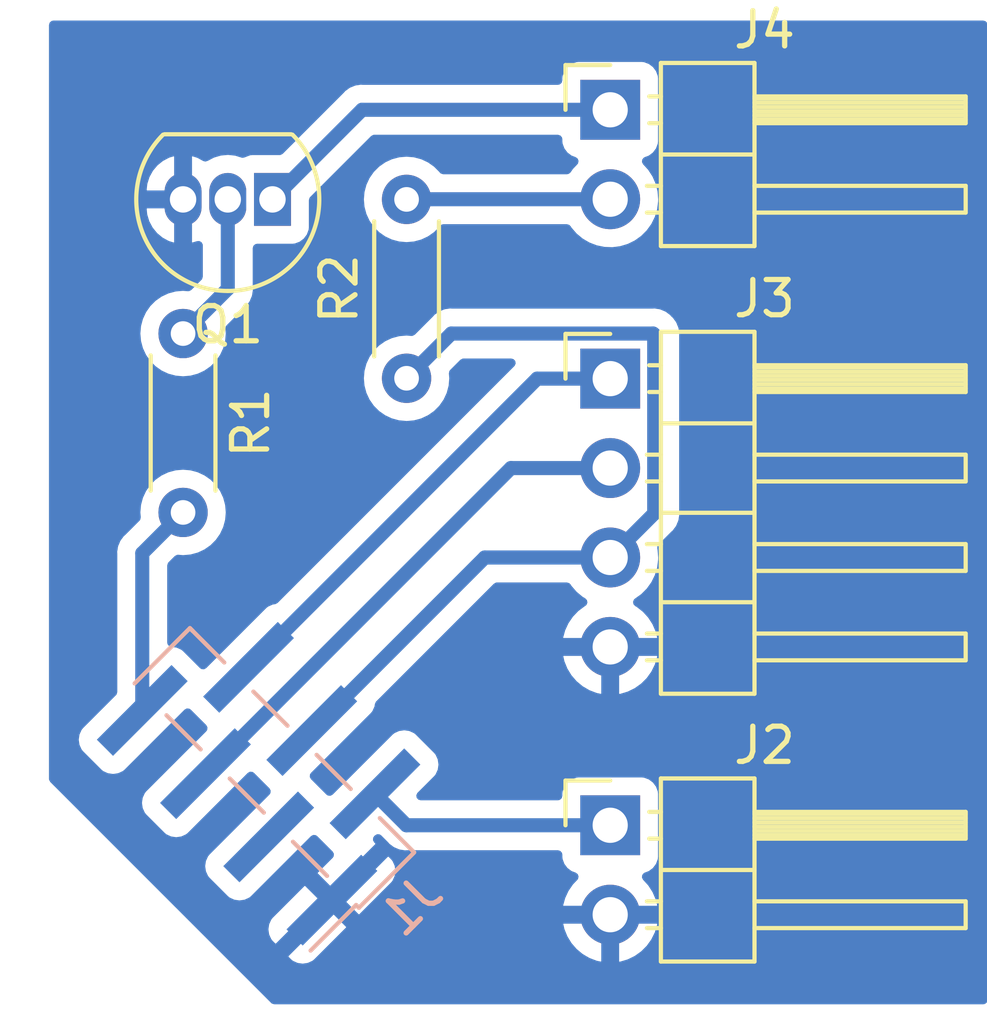
<source format=kicad_pcb>
(kicad_pcb (version 20211014) (generator pcbnew)
  (layers (0 "F.Cu" signal) (31 "B.Cu" signal) (34 "B.Paste" user) (35 "F.Paste" user) (36 "B.SilkS" user "B.Silkscreen") (37 "F.SilkS" user "F.Silkscreen") (38 "B.Mask" user) (39 "F.Mask" user) (44 "Edge.Cuts" user))
  (net 0 "")
  (net 1 "Net-(J1-Pad2)")
  (net 3 "Net-(J1-Pad4)")
  (net 4 "Net-(J1-Pad5)")
  (net 5 "Net-(J1-Pad6)")
  (net 6 "Net-(J1-Pad7)")
  (net 7 "GND")
  (net 8 "Net-(J4-Pad1)")
  (net 9 "Net-(J4-Pad2)")
  (net 10 "Net-(Q1-Pad2)")
  (footprint "Resistor_THT:R_Axial_DIN0204_L3.6mm_D1.6mm_P5.08mm_Horizontal" (layer "F.Cu") (at 58.42 40.64 90)
    (fp_text reference "R2" (at 2.54 -1.92 90) (layer "F.SilkS"))
    (fp_text value "220")
    (fp_line (start 0.62 0.92) (end 4.46 0.92) (layer "F.SilkS") (width 0.12))
    (fp_line (start 0.62 -0.92) (end 4.46 -0.92) (layer "F.SilkS") (width 0.12))
    (pad "1" thru_hole circle (at 0 0 90) (size 1.4 1.4) (drill 0.7) (layers *.Cu *.Mask) (net 3 "Net-(J1-Pad4)"))
    (pad "2" thru_hole oval (at 5.08 0 90) (size 1.4 1.4) (drill 0.7) (layers *.Cu *.Mask) (net 9 "Net-(J4-Pad2)"))
  )
  (footprint "Connector_PinHeader_2.54mm:PinHeader_1x02_P2.54mm_Horizontal" (layer "F.Cu") (at 64.205 33.015)
    (fp_text reference "J4" (at 4.385 -2.27) (layer "F.SilkS"))
    (fp_text value "Conn_01x02")
    (fp_line (start 1.11 -0.38) (end 1.44 -0.38) (layer "F.SilkS") (width 0.12))
    (fp_line (start 4.1 -0.08) (end 10.1 -0.08) (layer "F.SilkS") (width 0.12))
    (fp_line (start 4.1 0.16) (end 10.1 0.16) (layer "F.SilkS") (width 0.12))
    (fp_line (start -1.27 -1.27) (end 0 -1.27) (layer "F.SilkS") (width 0.12))
    (fp_line (start 4.1 2.16) (end 10.1 2.16) (layer "F.SilkS") (width 0.12))
    (fp_line (start 4.1 -1.33) (end 1.44 -1.33) (layer "F.SilkS") (width 0.12))
    (fp_line (start 1.042929 2.16) (end 1.44 2.16) (layer "F.SilkS") (width 0.12))
    (fp_line (start 10.1 2.92) (end 4.1 2.92) (layer "F.SilkS") (width 0.12))
    (fp_line (start 4.1 3.87) (end 4.1 -1.33) (layer "F.SilkS") (width 0.12))
    (fp_line (start 4.1 0.04) (end 10.1 0.04) (layer "F.SilkS") (width 0.12))
    (fp_line (start 1.44 3.87) (end 4.1 3.87) (layer "F.SilkS") (width 0.12))
    (fp_line (start 1.042929 2.92) (end 1.44 2.92) (layer "F.SilkS") (width 0.12))
    (fp_line (start 10.1 0.38) (end 4.1 0.38) (layer "F.SilkS") (width 0.12))
    (fp_line (start 4.1 0.28) (end 10.1 0.28) (layer "F.SilkS") (width 0.12))
    (fp_line (start 10.1 2.16) (end 10.1 2.92) (layer "F.SilkS") (width 0.12))
    (fp_line (start 1.44 1.27) (end 4.1 1.27) (layer "F.SilkS") (width 0.12))
    (fp_line (start 1.44 -1.33) (end 1.44 3.87) (layer "F.SilkS") (width 0.12))
    (fp_line (start 4.1 -0.2) (end 10.1 -0.2) (layer "F.SilkS") (width 0.12))
    (fp_line (start 1.11 0.38) (end 1.44 0.38) (layer "F.SilkS") (width 0.12))
    (fp_line (start -1.27 0) (end -1.27 -1.27) (layer "F.SilkS") (width 0.12))
    (fp_line (start 4.1 -0.32) (end 10.1 -0.32) (layer "F.SilkS") (width 0.12))
    (fp_line (start 4.1 -0.38) (end 10.1 -0.38) (layer "F.SilkS") (width 0.12))
    (fp_line (start 10.1 -0.38) (end 10.1 0.38) (layer "F.SilkS") (width 0.12))
    (pad "1" thru_hole rect (at 0 0) (size 1.7 1.7) (drill 1) (layers *.Cu *.Mask) (net 8 "Net-(J4-Pad1)"))
    (pad "2" thru_hole oval (at 0 2.54) (size 1.7 1.7) (drill 1) (layers *.Cu *.Mask) (net 9 "Net-(J4-Pad2)"))
  )
  (footprint "Connector_PinHeader_2.54mm:PinHeader_1x04_P2.54mm_Horizontal" (layer "F.Cu") (at 64.205 40.65)
    (fp_text reference "J3" (at 4.385 -2.27) (layer "F.SilkS"))
    (fp_text value "Conn_01x04")
    (fp_line (start 4.1 -0.38) (end 10.1 -0.38) (layer "F.SilkS") (width 0.12))
    (fp_line (start 4.1 7.24) (end 10.1 7.24) (layer "F.SilkS") (width 0.12))
    (fp_line (start 10.1 2.92) (end 4.1 2.92) (layer "F.SilkS") (width 0.12))
    (fp_line (start 4.1 -0.32) (end 10.1 -0.32) (layer "F.SilkS") (width 0.12))
    (fp_line (start 1.44 3.81) (end 4.1 3.81) (layer "F.SilkS") (width 0.12))
    (fp_line (start 1.042929 4.7) (end 1.44 4.7) (layer "F.SilkS") (width 0.12))
    (fp_line (start 4.1 0.04) (end 10.1 0.04) (layer "F.SilkS") (width 0.12))
    (fp_line (start 4.1 -0.2) (end 10.1 -0.2) (layer "F.SilkS") (width 0.12))
    (fp_line (start 10.1 7.24) (end 10.1 8) (layer "F.SilkS") (width 0.12))
    (fp_line (start 4.1 -0.08) (end 10.1 -0.08) (layer "F.SilkS") (width 0.12))
    (fp_line (start 1.11 0.38) (end 1.44 0.38) (layer "F.SilkS") (width 0.12))
    (fp_line (start 1.44 6.35) (end 4.1 6.35) (layer "F.SilkS") (width 0.12))
    (fp_line (start 10.1 8) (end 4.1 8) (layer "F.SilkS") (width 0.12))
    (fp_line (start 1.042929 2.92) (end 1.44 2.92) (layer "F.SilkS") (width 0.12))
    (fp_line (start 4.1 0.16) (end 10.1 0.16) (layer "F.SilkS") (width 0.12))
    (fp_line (start 1.11 -0.38) (end 1.44 -0.38) (layer "F.SilkS") (width 0.12))
    (fp_line (start 1.042929 7.24) (end 1.44 7.24) (layer "F.SilkS") (width 0.12))
    (fp_line (start 4.1 -1.33) (end 1.44 -1.33) (layer "F.SilkS") (width 0.12))
    (fp_line (start 4.1 4.7) (end 10.1 4.7) (layer "F.SilkS") (width 0.12))
    (fp_line (start 1.042929 2.16) (end 1.44 2.16) (layer "F.SilkS") (width 0.12))
    (fp_line (start 10.1 4.7) (end 10.1 5.46) (layer "F.SilkS") (width 0.12))
    (fp_line (start 1.042929 8) (end 1.44 8) (layer "F.SilkS") (width 0.12))
    (fp_line (start 10.1 2.16) (end 10.1 2.92) (layer "F.SilkS") (width 0.12))
    (fp_line (start 1.042929 5.46) (end 1.44 5.46) (layer "F.SilkS") (width 0.12))
    (fp_line (start 1.44 1.27) (end 4.1 1.27) (layer "F.SilkS") (width 0.12))
    (fp_line (start 4.1 2.16) (end 10.1 2.16) (layer "F.SilkS") (width 0.12))
    (fp_line (start -1.27 -1.27) (end 0 -1.27) (layer "F.SilkS") (width 0.12))
    (fp_line (start -1.27 0) (end -1.27 -1.27) (layer "F.SilkS") (width 0.12))
    (fp_line (start 4.1 0.28) (end 10.1 0.28) (layer "F.SilkS") (width 0.12))
    (fp_line (start 1.44 8.95) (end 4.1 8.95) (layer "F.SilkS") (width 0.12))
    (fp_line (start 10.1 0.38) (end 4.1 0.38) (layer "F.SilkS") (width 0.12))
    (fp_line (start 1.44 -1.33) (end 1.44 8.95) (layer "F.SilkS") (width 0.12))
    (fp_line (start 10.1 -0.38) (end 10.1 0.38) (layer "F.SilkS") (width 0.12))
    (fp_line (start 10.1 5.46) (end 4.1 5.46) (layer "F.SilkS") (width 0.12))
    (fp_line (start 4.1 8.95) (end 4.1 -1.33) (layer "F.SilkS") (width 0.12))
    (pad "1" thru_hole rect (at 0 0) (size 1.7 1.7) (drill 1) (layers *.Cu *.Mask) (net 5 "Net-(J1-Pad6)"))
    (pad "2" thru_hole oval (at 0 2.54) (size 1.7 1.7) (drill 1) (layers *.Cu *.Mask) (net 4 "Net-(J1-Pad5)"))
    (pad "3" thru_hole oval (at 0 5.08) (size 1.7 1.7) (drill 1) (layers *.Cu *.Mask) (net 3 "Net-(J1-Pad4)"))
    (pad "4" thru_hole oval (at 0 7.62) (size 1.7 1.7) (drill 1) (layers *.Cu *.Mask) (net 7 "GND"))
  )
  (footprint "Package_TO_SOT_THT:TO-92_Inline" (layer "F.Cu") (at 54.61 35.56 180)
    (fp_text reference "Q1" (at 1.27 -3.56) (layer "F.SilkS"))
    (fp_text value "BC237")
    (fp_line (start -0.53 1.85) (end 3.07 1.85) (layer "F.SilkS") (width 0.12))
    (fp_arc (start 1.27 -2.6) (mid 3.672087 -0.994977) (end 3.108478 1.838478) (layer "F.SilkS") (width 0.12))
    (fp_arc (start -0.568478 1.838478) (mid -1.132087 -0.994977) (end 1.27 -2.6) (layer "F.SilkS") (width 0.12))
    (pad "1" thru_hole rect (at 0 0 180) (size 1.05 1.5) (drill 0.75) (layers *.Cu *.Mask) (net 8 "Net-(J4-Pad1)"))
    (pad "2" thru_hole oval (at 1.27 0 180) (size 1.05 1.5) (drill 0.75) (layers *.Cu *.Mask) (net 10 "Net-(Q1-Pad2)"))
    (pad "3" thru_hole oval (at 2.54 0 180) (size 1.05 1.5) (drill 0.75) (layers *.Cu *.Mask) (net 7 "GND"))
  )
  (footprint "Resistor_THT:R_Axial_DIN0204_L3.6mm_D1.6mm_P5.08mm_Horizontal" (layer "F.Cu") (at 52.07 39.37 -90)
    (fp_text reference "R1" (at 2.54 -1.92 90) (layer "F.SilkS"))
    (fp_text value "1k")
    (fp_line (start 0.62 -0.92) (end 4.46 -0.92) (layer "F.SilkS") (width 0.12))
    (fp_line (start 0.62 0.92) (end 4.46 0.92) (layer "F.SilkS") (width 0.12))
    (pad "1" thru_hole circle (at 0 0 270) (size 1.4 1.4) (drill 0.7) (layers *.Cu *.Mask) (net 10 "Net-(Q1-Pad2)"))
    (pad "2" thru_hole oval (at 5.08 0 270) (size 1.4 1.4) (drill 0.7) (layers *.Cu *.Mask) (net 6 "Net-(J1-Pad7)"))
  )
  (footprint "Connector_PinHeader_2.54mm:PinHeader_1x02_P2.54mm_Horizontal" (layer "F.Cu") (at 64.205 53.335)
    (fp_text reference "J2" (at 4.385 -2.27) (layer "F.SilkS"))
    (fp_text value "Conn_01x02")
    (fp_line (start 4.1 -1.33) (end 1.44 -1.33) (layer "F.SilkS") (width 0.12))
    (fp_line (start 1.11 -0.38) (end 1.44 -0.38) (layer "F.SilkS") (width 0.12))
    (fp_line (start 1.11 0.38) (end 1.44 0.38) (layer "F.SilkS") (width 0.12))
    (fp_line (start 1.44 1.27) (end 4.1 1.27) (layer "F.SilkS") (width 0.12))
    (fp_line (start 4.1 0.04) (end 10.1 0.04) (layer "F.SilkS") (width 0.12))
    (fp_line (start -1.27 -1.27) (end 0 -1.27) (layer "F.SilkS") (width 0.12))
    (fp_line (start 4.1 0.28) (end 10.1 0.28) (layer "F.SilkS") (width 0.12))
    (fp_line (start 4.1 -0.08) (end 10.1 -0.08) (layer "F.SilkS") (width 0.12))
    (fp_line (start -1.27 0) (end -1.27 -1.27) (layer "F.SilkS") (width 0.12))
    (fp_line (start 4.1 2.16) (end 10.1 2.16) (layer "F.SilkS") (width 0.12))
    (fp_line (start 1.042929 2.16) (end 1.44 2.16) (layer "F.SilkS") (width 0.12))
    (fp_line (start 1.042929 2.92) (end 1.44 2.92) (layer "F.SilkS") (width 0.12))
    (fp_line (start 10.1 0.38) (end 4.1 0.38) (layer "F.SilkS") (width 0.12))
    (fp_line (start 4.1 -0.32) (end 10.1 -0.32) (layer "F.SilkS") (width 0.12))
    (fp_line (start 10.1 2.92) (end 4.1 2.92) (layer "F.SilkS") (width 0.12))
    (fp_line (start 4.1 3.87) (end 4.1 -1.33) (layer "F.SilkS") (width 0.12))
    (fp_line (start 4.1 -0.2) (end 10.1 -0.2) (layer "F.SilkS") (width 0.12))
    (fp_line (start 10.1 2.16) (end 10.1 2.92) (layer "F.SilkS") (width 0.12))
    (fp_line (start 10.1 -0.38) (end 10.1 0.38) (layer "F.SilkS") (width 0.12))
    (fp_line (start 1.44 -1.33) (end 1.44 3.87) (layer "F.SilkS") (width 0.12))
    (fp_line (start 1.44 3.87) (end 4.1 3.87) (layer "F.SilkS") (width 0.12))
    (fp_line (start 4.1 -0.38) (end 10.1 -0.38) (layer "F.SilkS") (width 0.12))
    (fp_line (start 4.1 0.16) (end 10.1 0.16) (layer "F.SilkS") (width 0.12))
    (pad "1" thru_hole rect (at 0 0) (size 1.7 1.7) (drill 1) (layers *.Cu *.Mask) (net 1 "Net-(J1-Pad2)"))
    (pad "2" thru_hole oval (at 0 2.54) (size 1.7 1.7) (drill 1) (layers *.Cu *.Mask) (net 7 "GND"))
  )
  (footprint "Connector_PinHeader_1.27mm:PinHeader_1x07_P1.27mm_Vertical_SMD_Pin1Left" (layer "B.Cu") (at 54.665263 51.706583 45)
    (fp_text reference "J1" (at 0 5.505 45) (layer "B.SilkS") (effects (justify mirror)))
    (fp_text value "Conn_01x07")
    (fp_line (start 1.11 -3.125) (end 1.11 -4.495) (layer "B.SilkS") (width 0.12))
    (fp_line (start 1.11 4.495) (end 1.11 3.125) (layer "B.SilkS") (width 0.12))
    (fp_line (start -1.11 0.685) (end -1.11 -0.685) (layer "B.SilkS") (width 0.12))
    (fp_line (start 1.11 -4.395) (end 1.11 -4.505) (layer "B.SilkS") (width 0.12))
    (fp_line (start -1.11 4.505) (end 1.11 4.505) (layer "B.SilkS") (width 0.12))
    (fp_line (start 1.11 1.955) (end 1.11 0.585) (layer "B.SilkS") (width 0.12))
    (fp_line (start -1.11 4.505) (end -1.11 4.395) (layer "B.SilkS") (width 0.12))
    (fp_line (start 1.11 -0.585) (end 1.11 -1.955) (layer "B.SilkS") (width 0.12))
    (fp_line (start -1.11 -4.505) (end 1.11 -4.505) (layer "B.SilkS") (width 0.12))
    (fp_line (start -1.11 -1.855) (end -1.11 -3.225) (layer "B.SilkS") (width 0.12))
    (fp_line (start -1.11 3.225) (end -1.11 1.855) (layer "B.SilkS") (width 0.12))
    (fp_line (start -1.11 4.395) (end -2.94 4.395) (layer "B.SilkS") (width 0.12))
    (pad "1" smd rect (at -1.5 3.81 45) (size 3 0.65) (layers "B.Cu" "B.Paste" "B.Mask") (net 7 "GND"))
    (pad "2" smd rect (at 1.5 2.54 45) (size 3 0.65) (layers "B.Cu" "B.Paste" "B.Mask") (net 1 "Net-(J1-Pad2)"))
    (pad "3" smd rect (at -1.5 1.27 45) (size 3 0.65) (layers "B.Cu" "B.Paste" "B.Mask"))
    (pad "4" smd rect (at 1.5 0 45) (size 3 0.65) (layers "B.Cu" "B.Paste" "B.Mask") (net 3 "Net-(J1-Pad4)"))
    (pad "5" smd rect (at -1.5 -1.27 45) (size 3 0.65) (layers "B.Cu" "B.Paste" "B.Mask") (net 4 "Net-(J1-Pad5)"))
    (pad "6" smd rect (at 1.5 -2.54 45) (size 3 0.65) (layers "B.Cu" "B.Paste" "B.Mask") (net 5 "Net-(J1-Pad6)"))
    (pad "7" smd rect (at -1.5 -3.81 45) (size 3 0.65) (layers "B.Cu" "B.Paste" "B.Mask") (net 6 "Net-(J1-Pad7)"))
  )
  (segment (start 58.415 53.335) (end 64.205 53.335) (width 0.4) (layer "B.Cu") (net 1))
  (segment (start 57.521974 52.441974) (end 58.415 53.335) (width 0.4) (layer "B.Cu") (net 1))
  (segment (start 64.205 45.73) (end 60.641846 45.73) (width 0.4) (layer "B.Cu") (net 3))
  (segment (start 65.425 39.37) (end 59.69 39.37) (width 0.4) (layer "B.Cu") (net 3))
  (segment (start 65.455 44.48) (end 65.455 39.4) (width 0.4) (layer "B.Cu") (net 3))
  (segment (start 65.455 39.4) (end 65.425 39.37) (width 0.4) (layer "B.Cu") (net 3))
  (segment (start 60.641846 45.73) (end 55.725923 50.645923) (width 0.4) (layer "B.Cu") (net 3))
  (segment (start 59.69 39.37) (end 58.42 40.64) (width 0.4) (layer "B.Cu") (net 3))
  (segment (start 64.205 45.73) (end 65.455 44.48) (width 0.4) (layer "B.Cu") (net 3))
  (segment (start 61.385795 43.19) (end 64.205 43.19) (width 0.4) (layer "B.Cu") (net 4))
  (segment (start 52.706577 51.869218) (end 61.385795 43.19) (width 0.4) (layer "B.Cu") (net 4))
  (segment (start 62.129744 40.65) (end 53.929872 48.849872) (width 0.4) (layer "B.Cu") (net 5))
  (segment (start 64.205 40.65) (end 62.129744 40.65) (width 0.4) (layer "B.Cu") (net 5))
  (segment (start 50.910526 50.073166) (end 50.910526 45.609474) (width 0.4) (layer "B.Cu") (net 6))
  (segment (start 50.910526 45.609474) (end 52.07 44.45) (width 0.4) (layer "B.Cu") (net 6))
  (segment (start 57.155 33.015) (end 64.205 33.015) (width 0.4) (layer "B.Cu") (net 8))
  (segment (start 54.61 35.56) (end 57.155 33.015) (width 0.4) (layer "B.Cu") (net 8))
  (segment (start 64.205 35.555) (end 58.425 35.555) (width 0.4) (layer "B.Cu") (net 9))
  (segment (start 58.425 35.555) (end 58.42 35.56) (width 0.4) (layer "B.Cu") (net 9))
  (segment (start 52.07 39.37) (end 53.34 38.1) (width 0.4) (layer "B.Cu") (net 10))
  (segment (start 53.34 38.1) (end 53.34 35.56) (width 0.4) (layer "B.Cu") (net 10))
  (zone (net 7) (net_name "GND") (layer "B.Cu") (connect_pads (clearance 0.508)) (min_thickness 0.254) (fill yes (thermal_gap 0.508) (thermal_bridge_width 0.508))
    (polygon (pts (xy 74.93 58.42) (xy 54.61 58.42) (xy 48.26 52.07) (xy 48.26 30.48) (xy 74.93 30.48)))
  )
)
</source>
